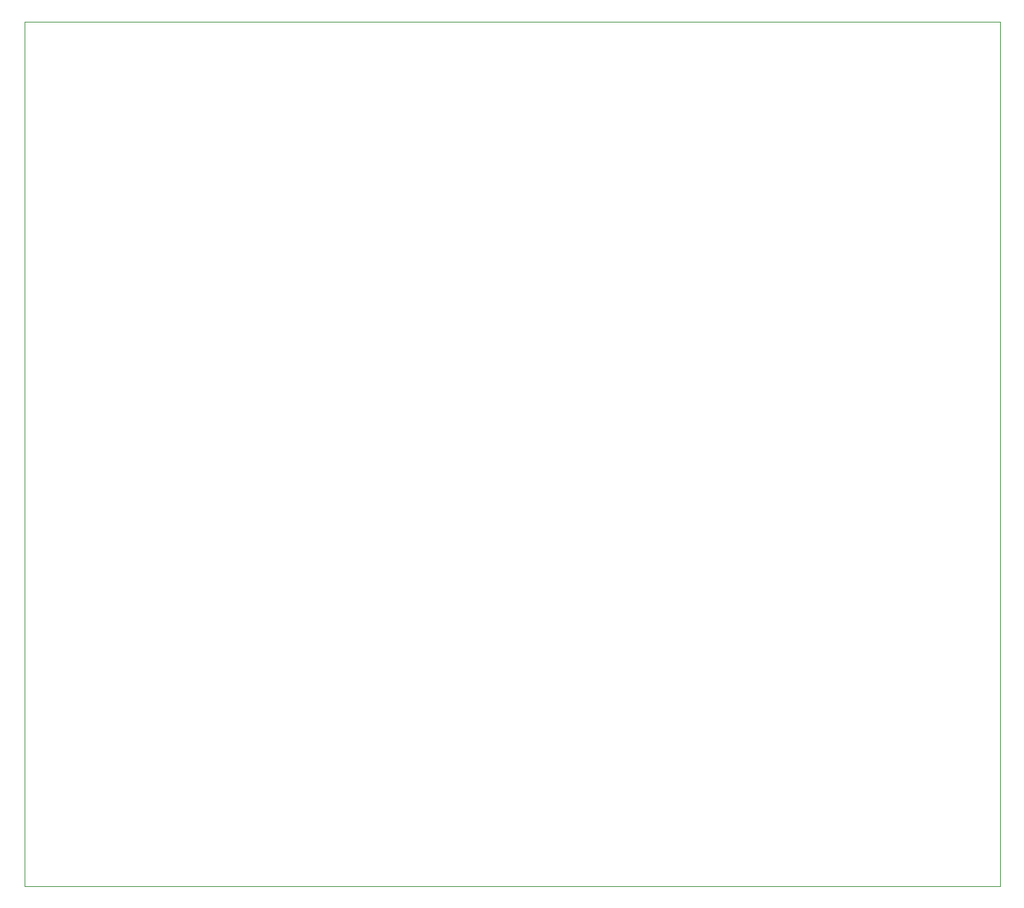
<source format=gbr>
%TF.GenerationSoftware,KiCad,Pcbnew,8.0.8*%
%TF.CreationDate,2025-02-19T17:07:23+00:00*%
%TF.ProjectId,MEMLSensorBoard,4d454d4c-5365-46e7-936f-72426f617264,rev?*%
%TF.SameCoordinates,Original*%
%TF.FileFunction,Profile,NP*%
%FSLAX46Y46*%
G04 Gerber Fmt 4.6, Leading zero omitted, Abs format (unit mm)*
G04 Created by KiCad (PCBNEW 8.0.8) date 2025-02-19 17:07:23*
%MOMM*%
%LPD*%
G01*
G04 APERTURE LIST*
%TA.AperFunction,Profile*%
%ADD10C,0.050000*%
%TD*%
G04 APERTURE END LIST*
D10*
X116205000Y-23495000D02*
X233680000Y-23495000D01*
X233680000Y-127635000D01*
X116205000Y-127635000D01*
X116205000Y-23495000D01*
M02*

</source>
